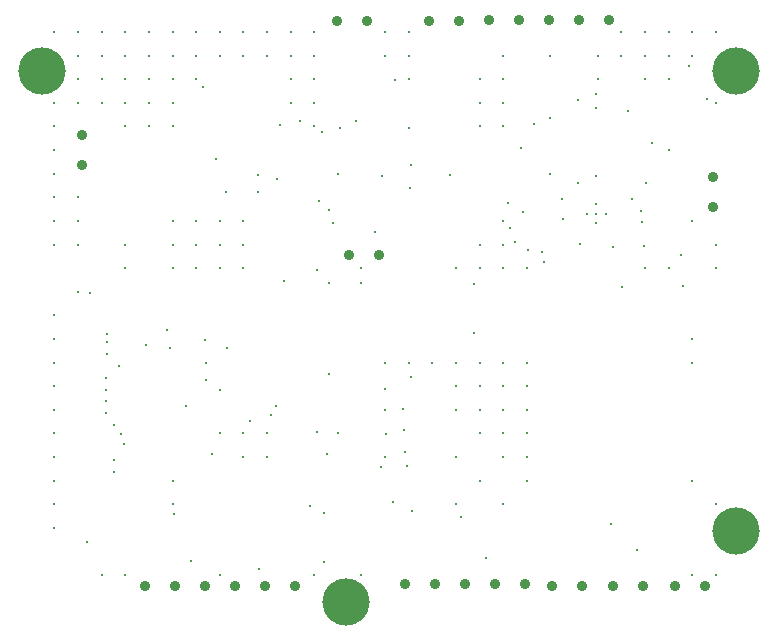
<source format=gbr>
%TF.GenerationSoftware,Altium Limited,Altium Designer,25.7.1 (20)*%
G04 Layer_Color=0*
%FSLAX45Y45*%
%MOMM*%
%TF.SameCoordinates,C331EA04-0F80-4B25-860E-1567A5D6E8FC*%
%TF.FilePolarity,Positive*%
%TF.FileFunction,Plated,1,4,PTH,Drill*%
%TF.Part,Single*%
G01*
G75*
%TA.AperFunction,ComponentDrill*%
%ADD109C,0.90000*%
%ADD110C,0.90000*%
%TA.AperFunction,ViaDrill,NotFilled*%
%ADD111C,0.30000*%
%ADD112C,4.00000*%
%ADD113C,0.25600*%
%ADD114C,0.30800*%
D109*
X3783000Y4925000D02*
D03*
X5614000Y140000D02*
D03*
X4829999D02*
D03*
X4574000D02*
D03*
X3068000Y150000D02*
D03*
X1126000Y140000D02*
D03*
X2854000Y2940000D02*
D03*
X872000Y140000D02*
D03*
X4037000Y4925000D02*
D03*
X4291000D02*
D03*
X4545000D02*
D03*
X4799000D02*
D03*
X1634000Y140000D02*
D03*
X1380000D02*
D03*
X1888000D02*
D03*
X4084000Y150000D02*
D03*
X3576000D02*
D03*
X3322000D02*
D03*
X3830000D02*
D03*
X2600000Y2940000D02*
D03*
X5360000Y140000D02*
D03*
X5083999D02*
D03*
X2142000D02*
D03*
X3276000Y4920000D02*
D03*
X2754000D02*
D03*
X2500000D02*
D03*
X3530000D02*
D03*
X4320000Y140000D02*
D03*
D110*
X340000Y3700000D02*
D03*
X5680000Y3600000D02*
D03*
Y3346000D02*
D03*
X340000Y3954000D02*
D03*
D111*
X703705Y4627706D02*
D03*
X407500Y2615000D02*
D03*
X2010000Y4040000D02*
D03*
X4550000Y3029373D02*
D03*
X3960000Y3170000D02*
D03*
X4532918Y4252918D02*
D03*
X1384500Y1877500D02*
D03*
X4000000Y3050000D02*
D03*
X1384500Y2027500D02*
D03*
X4905599Y2664599D02*
D03*
X4230000Y2960000D02*
D03*
X4250000Y2880000D02*
D03*
X3940000Y3380000D02*
D03*
X4070000Y3300000D02*
D03*
X4689952Y3604952D02*
D03*
X103705Y2027705D02*
D03*
Y3027705D02*
D03*
Y1227704D02*
D03*
Y627704D02*
D03*
Y2227705D02*
D03*
Y827704D02*
D03*
Y1427705D02*
D03*
Y1827705D02*
D03*
Y1627705D02*
D03*
Y1027704D02*
D03*
Y3227706D02*
D03*
X4960000Y4160000D02*
D03*
X103705Y2427705D02*
D03*
X3120000Y1910000D02*
D03*
X2905000Y1805000D02*
D03*
X3135000Y775000D02*
D03*
X3550000Y720000D02*
D03*
X3060000Y1460000D02*
D03*
X2915000Y1425000D02*
D03*
X2969999Y850001D02*
D03*
X2653500Y4073002D02*
D03*
X2180000Y4070000D02*
D03*
X2370000Y3980000D02*
D03*
X2820000Y3130000D02*
D03*
X2460000Y3210000D02*
D03*
X2430000Y3320000D02*
D03*
X1360000Y4359999D02*
D03*
X1470000Y3750000D02*
D03*
X1827900Y3620000D02*
D03*
X2325000Y2815000D02*
D03*
X2430000Y2700000D02*
D03*
X2870000Y1140000D02*
D03*
X2388000Y758000D02*
D03*
Y340000D02*
D03*
X550000Y2270000D02*
D03*
Y2200000D02*
D03*
X1118000Y748000D02*
D03*
X550000Y2100000D02*
D03*
X540000Y1900000D02*
D03*
X380000Y510000D02*
D03*
X1762500Y1535000D02*
D03*
X1562500Y2150000D02*
D03*
X1060000Y2300000D02*
D03*
X3110000Y4010000D02*
D03*
X3110500Y3509500D02*
D03*
X5040000Y440000D02*
D03*
X4820000Y660000D02*
D03*
X3760000Y369999D02*
D03*
X3660000Y2690000D02*
D03*
Y2280000D02*
D03*
X5480417Y4535418D02*
D03*
X4997500Y3410000D02*
D03*
X2520540Y4016941D02*
D03*
X303705Y4827706D02*
D03*
X503705D02*
D03*
X703705Y4027706D02*
D03*
X903705D02*
D03*
X303705Y3027705D02*
D03*
X703705Y4227706D02*
D03*
X903705Y4427706D02*
D03*
Y4227706D02*
D03*
X303705Y2627705D02*
D03*
X703705Y4827706D02*
D03*
X503705Y4627706D02*
D03*
X303705Y3427706D02*
D03*
X903705Y4627706D02*
D03*
Y4827706D02*
D03*
X503705Y4427706D02*
D03*
X303705Y4627706D02*
D03*
Y3227706D02*
D03*
X703705Y3027705D02*
D03*
Y2827705D02*
D03*
X103705Y4827706D02*
D03*
Y3427706D02*
D03*
Y4227706D02*
D03*
X303705Y4427706D02*
D03*
X503705Y227704D02*
D03*
X103705Y4027706D02*
D03*
X703705Y227704D02*
D03*
Y4427706D02*
D03*
X503705Y4227706D02*
D03*
X303705D02*
D03*
X103705Y3827706D02*
D03*
Y3627706D02*
D03*
X3503706Y2027705D02*
D03*
Y2827705D02*
D03*
X3703707Y1027704D02*
D03*
Y1427705D02*
D03*
Y1627705D02*
D03*
Y1827705D02*
D03*
Y2027705D02*
D03*
Y2827705D02*
D03*
Y3027705D02*
D03*
Y4027706D02*
D03*
Y4227706D02*
D03*
Y4427706D02*
D03*
X3903707Y827704D02*
D03*
Y1227704D02*
D03*
Y1427705D02*
D03*
Y1627705D02*
D03*
Y1827705D02*
D03*
Y2027705D02*
D03*
Y2827705D02*
D03*
Y3027705D02*
D03*
Y3227706D02*
D03*
Y4027706D02*
D03*
Y4227706D02*
D03*
Y4427706D02*
D03*
Y4627706D02*
D03*
X4103707Y1027704D02*
D03*
Y1227704D02*
D03*
Y1427705D02*
D03*
Y1627705D02*
D03*
Y1827705D02*
D03*
Y2027705D02*
D03*
Y2827705D02*
D03*
X4303707Y3627706D02*
D03*
Y4627706D02*
D03*
X4703707Y4427706D02*
D03*
Y4627706D02*
D03*
X4903707D02*
D03*
Y4827706D02*
D03*
X5103707Y2827705D02*
D03*
Y4427706D02*
D03*
Y4627706D02*
D03*
Y4827706D02*
D03*
X5303707Y2827705D02*
D03*
Y3827706D02*
D03*
Y4427706D02*
D03*
Y4627706D02*
D03*
Y4827706D02*
D03*
X5503708Y227704D02*
D03*
Y1027704D02*
D03*
Y2027705D02*
D03*
Y2227705D02*
D03*
Y3227706D02*
D03*
Y4627706D02*
D03*
Y4827706D02*
D03*
X5703708Y227704D02*
D03*
Y827704D02*
D03*
Y2827705D02*
D03*
Y3027705D02*
D03*
Y4227706D02*
D03*
Y4827706D02*
D03*
X4538616Y3544628D02*
D03*
X1991135Y3578991D02*
D03*
X4405000Y3412178D02*
D03*
X1560000Y3469200D02*
D03*
X1830000D02*
D03*
X1703706Y1227704D02*
D03*
X3103706Y4627706D02*
D03*
X2903706Y1227704D02*
D03*
X2303706Y4627706D02*
D03*
X3103706Y4427706D02*
D03*
X1703706Y4627706D02*
D03*
X1903706Y1227704D02*
D03*
X2903706Y1627705D02*
D03*
X1903706Y1427705D02*
D03*
X1103705Y4827706D02*
D03*
X2103706Y4227706D02*
D03*
X1303705Y4627706D02*
D03*
X2103706Y4827706D02*
D03*
X1703706D02*
D03*
X1503705D02*
D03*
X2903706D02*
D03*
X1103705Y827704D02*
D03*
X3103706Y2027705D02*
D03*
X1103705Y4627706D02*
D03*
X3303706Y2027705D02*
D03*
X2303706Y4227706D02*
D03*
X1303705Y4427706D02*
D03*
X2103706Y4627706D02*
D03*
X1503705Y227704D02*
D03*
X5627917Y4262917D02*
D03*
X2303706Y4027706D02*
D03*
X3503706Y1827705D02*
D03*
X2303706Y4427706D02*
D03*
X1303705Y4827706D02*
D03*
X2703706Y2827705D02*
D03*
X1903706Y4627706D02*
D03*
X2303706Y227704D02*
D03*
X2103706Y4427706D02*
D03*
X2303706Y4827706D02*
D03*
X3503706Y1627705D02*
D03*
X2903706Y4627706D02*
D03*
X1703706Y1427705D02*
D03*
X1103705Y1027704D02*
D03*
X2503706Y3627706D02*
D03*
X3503706Y1227704D02*
D03*
X1503705Y4627706D02*
D03*
X2903706Y2027705D02*
D03*
X2503706Y1427705D02*
D03*
X1903706Y4827706D02*
D03*
X1503705Y1427705D02*
D03*
X2703706Y227704D02*
D03*
X1103705Y4027706D02*
D03*
Y4227706D02*
D03*
X3103706Y4827706D02*
D03*
X3503706Y827704D02*
D03*
X1103705Y4427706D02*
D03*
X1703706Y3227706D02*
D03*
Y3027705D02*
D03*
Y2827705D02*
D03*
X1503705Y3227706D02*
D03*
Y3027705D02*
D03*
Y2827705D02*
D03*
X1303705Y3227706D02*
D03*
Y3027705D02*
D03*
Y2827705D02*
D03*
X1103705Y3227706D02*
D03*
Y3027705D02*
D03*
Y2827705D02*
D03*
X2050000Y2720000D02*
D03*
X1220000Y1660000D02*
D03*
X1380000Y2220000D02*
D03*
X2340000Y3400000D02*
D03*
X3120000Y3700000D02*
D03*
X2990000Y4420000D02*
D03*
X4110000Y2980000D02*
D03*
X4830000Y3010000D02*
D03*
X3450000Y3620000D02*
D03*
X4053660Y3846340D02*
D03*
X4163660Y4046340D02*
D03*
X5160000Y3890000D02*
D03*
X4300000Y4100000D02*
D03*
X5072353Y3312353D02*
D03*
X5077452Y3217452D02*
D03*
X5408651Y2941151D02*
D03*
X5097599Y3015099D02*
D03*
X4690000Y4300000D02*
D03*
X4687500Y4187500D02*
D03*
X4410418Y3241217D02*
D03*
X5422567Y2672567D02*
D03*
X3052000Y1638000D02*
D03*
X3070000Y1270000D02*
D03*
X3090500Y1150000D02*
D03*
X2425000Y1927500D02*
D03*
X650000Y2000000D02*
D03*
X2327500Y1442500D02*
D03*
X2412500Y1250000D02*
D03*
X2265001Y815001D02*
D03*
X1506520Y1800000D02*
D03*
X610000Y1100000D02*
D03*
X610000Y1200000D02*
D03*
X2702500Y2702500D02*
D03*
X2877500Y3607500D02*
D03*
X540000Y1600000D02*
D03*
X1840000Y280000D02*
D03*
X670000Y1420000D02*
D03*
X610000Y1500000D02*
D03*
X690000Y1340000D02*
D03*
X540000Y1700000D02*
D03*
X1440000Y1250000D02*
D03*
X540000Y1800000D02*
D03*
X880000Y2180000D02*
D03*
X1080000Y2150000D02*
D03*
X1980000Y1660000D02*
D03*
X1260000Y350000D02*
D03*
X1940000Y1580000D02*
D03*
D112*
X2575000Y0D02*
D03*
X5875000Y600000D02*
D03*
Y4500000D02*
D03*
X0D02*
D03*
D113*
X5115000Y3548917D02*
D03*
D114*
X4690418Y3207917D02*
D03*
X4770418Y3287917D02*
D03*
X4690418D02*
D03*
Y3367917D02*
D03*
X4610417Y3287917D02*
D03*
%TF.MD5,ee9b2223fab69520d9135f5dcb174950*%
M02*

</source>
